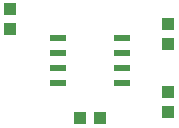
<source format=gbr>
G04 EAGLE Gerber RS-274X export*
G75*
%MOMM*%
%FSLAX34Y34*%
%LPD*%
%INSolderpaste Top*%
%IPPOS*%
%AMOC8*
5,1,8,0,0,1.08239X$1,22.5*%
G01*
%ADD10R,1.000000X1.100000*%
%ADD11R,1.100000X1.000000*%
%ADD12R,1.400000X0.600000*%


D10*
X573400Y669100D03*
X573400Y652100D03*
D11*
X707100Y639100D03*
X707100Y656100D03*
X707100Y599000D03*
X707100Y582000D03*
D10*
X649400Y576400D03*
X632400Y576400D03*
D12*
X613900Y644150D03*
X613900Y631450D03*
X613900Y618750D03*
X613900Y606050D03*
X667900Y606050D03*
X667900Y618750D03*
X667900Y631450D03*
X667900Y644150D03*
M02*

</source>
